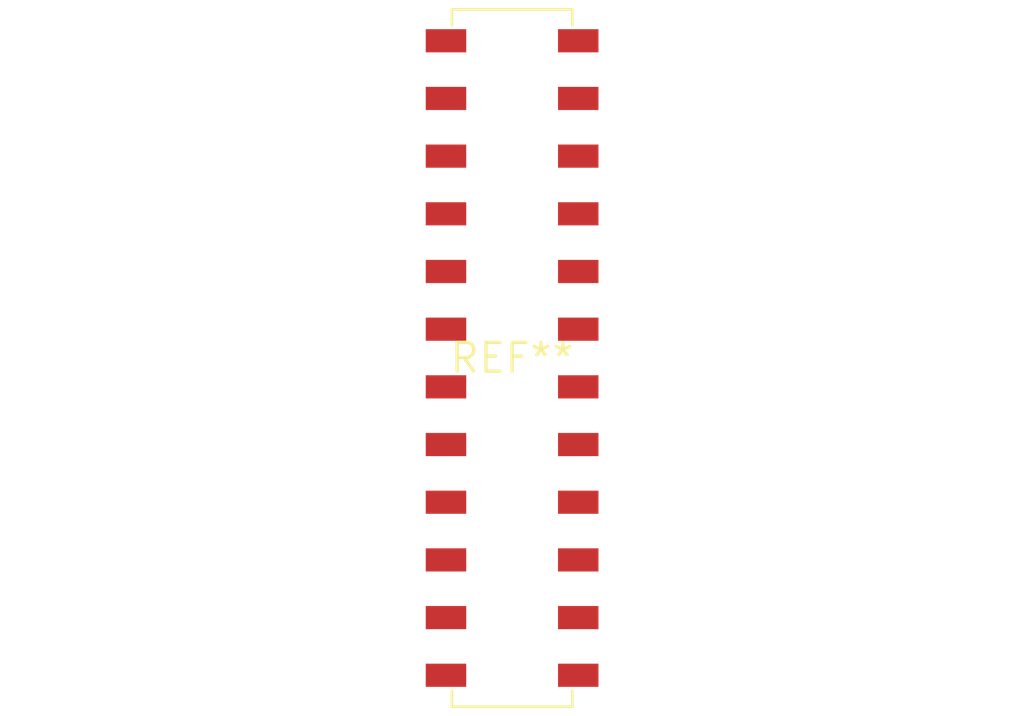
<source format=kicad_pcb>
(kicad_pcb (version 20240108) (generator pcbnew)
  (layers (0 "F.Cu" signal) (31 "B.Cu" signal) (34 "B.Paste" user) (35 "F.Paste" user) (36 "B.SilkS" user "B.Silkscreen") (37 "F.SilkS" user "F.Silkscreen") (38 "B.Mask" user) (39 "F.Mask" user) (44 "Edge.Cuts" user))
  (net 0 "")
  (footprint "Harwin_M20-7811245_2x12_P2.54mm_Vertical" (layer "F.Cu") (at 0 0)
    (property "Reference" "REF**")
    (property "Value" "Harwin_M20-7811245_2x12_P2.54mm_Vertical")
    (fp_line (start -2.65 -15.35) (end 2.65 -15.35) (layer "F.SilkS") (stroke (width 0.12)))
    (fp_line (start -2.65 -14.65) (end -2.65 -15.35) (layer "F.SilkS") (stroke (width 0.12)))
    (fp_line (start -2.65 14.65) (end -2.65 15.35) (layer "F.SilkS") (stroke (width 0.12)))
    (fp_line (start -2.65 15.35) (end 2.65 15.35) (layer "F.SilkS") (stroke (width 0.12)))
    (fp_line (start 2.65 -15.35) (end 2.65 -14.65) (layer "F.SilkS") (stroke (width 0.12)))
    (fp_line (start 2.65 15.35) (end 2.65 14.65) (layer "F.SilkS") (stroke (width 0.12)))
    (pad "" np_thru_hole circle (at -1.27 -13.97) (size 1.02 1.02) (drill 1.02) (layers *.Cu *.Mask))
    (pad "" np_thru_hole circle (at -1.27 -11.43) (size 1.02 1.02) (drill 1.02) (layers *.Cu *.Mask))
    (pad "" np_thru_hole circle (at -1.27 -8.89) (size 1.02 1.02) (drill 1.02) (layers *.Cu *.Mask))
    (pad "" np_thru_hole circle (at -1.27 -6.35) (size 1.02 1.02) (drill 1.02) (layers *.Cu *.Mask))
    (pad "" np_thru_hole circle (at -1.27 -3.81) (size 1.02 1.02) (drill 1.02) (layers *.Cu *.Mask))
    (pad "" np_thru_hole circle (at -1.27 -1.27) (size 1.02 1.02) (drill 1.02) (layers *.Cu *.Mask))
    (pad "" np_thru_hole circle (at -1.27 1.27) (size 1.02 1.02) (drill 1.02) (layers *.Cu *.Mask))
    (pad "" np_thru_hole circle (at -1.27 3.81) (size 1.02 1.02) (drill 1.02) (layers *.Cu *.Mask))
    (pad "" np_thru_hole circle (at -1.27 6.35) (size 1.02 1.02) (drill 1.02) (layers *.Cu *.Mask))
    (pad "" np_thru_hole circle (at -1.27 8.89) (size 1.02 1.02) (drill 1.02) (layers *.Cu *.Mask))
    (pad "" np_thru_hole circle (at -1.27 11.43) (size 1.02 1.02) (drill 1.02) (layers *.Cu *.Mask))
    (pad "" np_thru_hole circle (at -1.27 13.97) (size 1.02 1.02) (drill 1.02) (layers *.Cu *.Mask))
    (pad "" np_thru_hole circle (at 0 -12.7) (size 1.8 1.8) (drill 1.8) (layers *.Cu *.Mask))
    (pad "" np_thru_hole circle (at 0 12.7) (size 1.8 1.8) (drill 1.8) (layers *.Cu *.Mask))
    (pad "" np_thru_hole circle (at 1.27 -13.97) (size 1.02 1.02) (drill 1.02) (layers *.Cu *.Mask))
    (pad "" np_thru_hole circle (at 1.27 -11.43) (size 1.02 1.02) (drill 1.02) (layers *.Cu *.Mask))
    (pad "" np_thru_hole circle (at 1.27 -8.89) (size 1.02 1.02) (drill 1.02) (layers *.Cu *.Mask))
    (pad "" np_thru_hole circle (at 1.27 -6.35) (size 1.02 1.02) (drill 1.02) (layers *.Cu *.Mask))
    (pad "" np_thru_hole circle (at 1.27 -3.81) (size 1.02 1.02) (drill 1.02) (layers *.Cu *.Mask))
    (pad "" np_thru_hole circle (at 1.27 -1.27) (size 1.02 1.02) (drill 1.02) (layers *.Cu *.Mask))
    (pad "" np_thru_hole circle (at 1.27 1.27) (size 1.02 1.02) (drill 1.02) (layers *.Cu *.Mask))
    (pad "" np_thru_hole circle (at 1.27 3.81) (size 1.02 1.02) (drill 1.02) (layers *.Cu *.Mask))
    (pad "" np_thru_hole circle (at 1.27 6.35) (size 1.02 1.02) (drill 1.02) (layers *.Cu *.Mask))
    (pad "" np_thru_hole circle (at 1.27 8.89) (size 1.02 1.02) (drill 1.02) (layers *.Cu *.Mask))
    (pad "" np_thru_hole circle (at 1.27 11.43) (size 1.02 1.02) (drill 1.02) (layers *.Cu *.Mask))
    (pad "" np_thru_hole circle (at 1.27 13.97) (size 1.02 1.02) (drill 1.02) (layers *.Cu *.Mask))
    (pad "1" smd rect (at -2.91 -13.97) (size 1.78 1.02) (layers "F.Cu" "F.Paste" "F.Mask"))
    (pad "2" smd rect (at -2.91 -11.43) (size 1.78 1.02) (layers "F.Cu" "F.Paste" "F.Mask"))
    (pad "3" smd rect (at -2.91 -8.89) (size 1.78 1.02) (layers "F.Cu" "F.Paste" "F.Mask"))
    (pad "4" smd rect (at -2.91 -6.35) (size 1.78 1.02) (layers "F.Cu" "F.Paste" "F.Mask"))
    (pad "5" smd rect (at -2.91 -3.81) (size 1.78 1.02) (layers "F.Cu" "F.Paste" "F.Mask"))
    (pad "6" smd rect (at -2.91 -1.27) (size 1.78 1.02) (layers "F.Cu" "F.Paste" "F.Mask"))
    (pad "7" smd rect (at -2.91 1.27) (size 1.78 1.02) (layers "F.Cu" "F.Paste" "F.Mask"))
    (pad "8" smd rect (at -2.91 3.81) (size 1.78 1.02) (layers "F.Cu" "F.Paste" "F.Mask"))
    (pad "9" smd rect (at -2.91 6.35) (size 1.78 1.02) (layers "F.Cu" "F.Paste" "F.Mask"))
    (pad "10" smd rect (at -2.91 8.89) (size 1.78 1.02) (layers "F.Cu" "F.Paste" "F.Mask"))
    (pad "11" smd rect (at -2.91 11.43) (size 1.78 1.02) (layers "F.Cu" "F.Paste" "F.Mask"))
    (pad "12" smd rect (at -2.91 13.97) (size 1.78 1.02) (layers "F.Cu" "F.Paste" "F.Mask"))
    (pad "13" smd rect (at 2.91 -13.97) (size 1.78 1.02) (layers "F.Cu" "F.Paste" "F.Mask"))
    (pad "14" smd rect (at 2.91 -11.43) (size 1.78 1.02) (layers "F.Cu" "F.Paste" "F.Mask"))
    (pad "15" smd rect (at 2.91 -8.89) (size 1.78 1.02) (layers "F.Cu" "F.Paste" "F.Mask"))
    (pad "16" smd rect (at 2.91 -6.35) (size 1.78 1.02) (layers "F.Cu" "F.Paste" "F.Mask"))
    (pad "17" smd rect (at 2.91 -3.81) (size 1.78 1.02) (layers "F.Cu" "F.Paste" "F.Mask"))
    (pad "18" smd rect (at 2.91 -1.27) (size 1.78 1.02) (layers "F.Cu" "F.Paste" "F.Mask"))
    (pad "19" smd rect (at 2.91 1.27) (size 1.78 1.02) (layers "F.Cu" "F.Paste" "F.Mask"))
    (pad "20" smd rect (at 2.91 3.81) (size 1.78 1.02) (layers "F.Cu" "F.Paste" "F.Mask"))
    (pad "21" smd rect (at 2.91 6.35) (size 1.78 1.02) (layers "F.Cu" "F.Paste" "F.Mask"))
    (pad "22" smd rect (at 2.91 8.89) (size 1.78 1.02) (layers "F.Cu" "F.Paste" "F.Mask"))
    (pad "23" smd rect (at 2.91 11.43) (size 1.78 1.02) (layers "F.Cu" "F.Paste" "F.Mask"))
    (pad "24" smd rect (at 2.91 13.97) (size 1.78 1.02) (layers "F.Cu" "F.Paste" "F.Mask"))
  )
)
</source>
